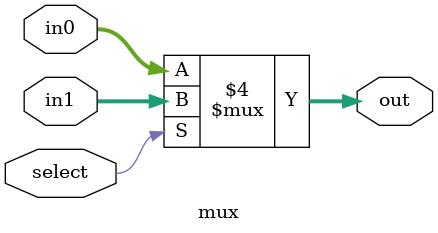
<source format=v>
`timescale 1ns / 1ps
module mux(in0, in1, select, out);
    input wire select; 
    input wire [7:0] in0;
    input wire [7:0] in1;
    output reg[7:0] out;

    always @(*)
    begin
        if(select == 0)
        begin
            out <= in0;
        end
        else begin
            out <= in1;
        end
    end

endmodule
</source>
